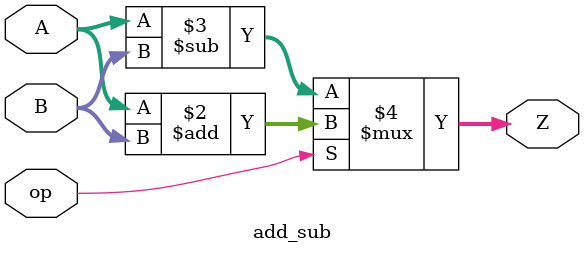
<source format=v>
module add_sub(
	input wire [31:0]		A, B,
	input wire				op,
	output wire [63:0]	Z
);
	assign Z = (op == 1) ? A+B : A-B;
endmodule

</source>
